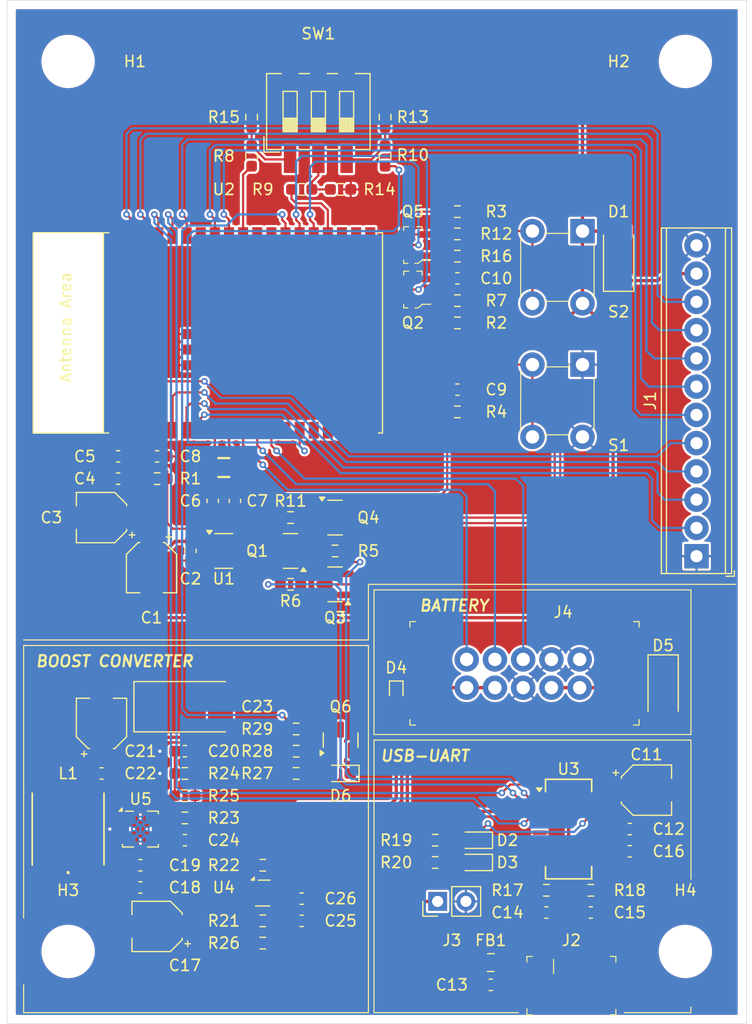
<source format=kicad_pcb>
(kicad_pcb (version 20240108) (generator "pcbnew") (generator_version "8.0")
  (title_block (title "ESP32 embedded application") (date "2025-03-23") (rev "C") (comment 1 "Author: Nicolae-Andrei Prodan") (comment 2 "ESP32 embedded hardware application"))
  (layers (0 "F.Cu" signal) (31 "B.Cu" signal) (34 "B.Paste" user) (35 "F.Paste" user) (36 "B.SilkS" user "B.Silkscreen") (37 "F.SilkS" user "F.Silkscreen") (38 "B.Mask" user) (39 "F.Mask" user) (44 "Edge.Cuts" user))
  (net 0 "")
  (net 1 "GND")
  (net 2 "+3V3")
  (net 3 "Net-(U2-32K_XP{slash}GPIO32{slash}ADC1_CH4)")
  (net 4 "Net-(U2-32K_XN{slash}GPIO33{slash}ADC1_CH5)")
  (net 5 "/EN")
  (net 6 "Net-(C9-Pad1)")
  (net 7 "Net-(C10-Pad1)")
  (net 8 "VBUS")
  (net 9 "Net-(C13-Pad1)")
  (net 10 "/usb-uart/D-")
  (net 11 "/usb-uart/D+")
  (net 12 "Net-(U3-3V3OUT)")
  (net 13 "Net-(U5-VIN)")
  (net 14 "Net-(U5-FB)")
  (net 15 "Net-(U5-EN)")
  (net 16 "/power-supply/VBAT")
  (net 17 "Net-(D1-K)")
  (net 18 "Net-(D2-A)")
  (net 19 "Net-(D2-K)")
  (net 20 "Net-(D3-A)")
  (net 21 "Net-(D3-K)")
  (net 22 "Net-(U5-L1)")
  (net 23 "Net-(U5-L2)")
  (net 24 "Net-(Q1-B)")
  (net 25 "/usb-uart/~{RTS}")
  (net 26 "/GPIO0")
  (net 27 "Net-(Q2-G)")
  (net 28 "/usb-uart/~{DTR}")
  (net 29 "Net-(Q3-B)")
  (net 30 "Net-(Q4-B)")
  (net 31 "/GPIO2")
  (net 32 "Net-(Q5-G)")
  (net 33 "Net-(Q6-B)")
  (net 34 "/MTDI")
  (net 35 "Net-(R15-Pad2)")
  (net 36 "Net-(R14-Pad2)")
  (net 37 "/MTDO")
  (net 38 "Net-(R10-Pad2)")
  (net 39 "/GPIO5")
  (net 40 "Net-(U3-USBDM)")
  (net 41 "Net-(U3-USBDP)")
  (net 42 "Net-(U4-PR1)")
  (net 43 "Net-(U4-ST)")
  (net 44 "/power-supply/PWRLED")
  (net 45 "/GPIO22(IO)")
  (net 46 "/GPIO23(IO)")
  (net 47 "/GPIO39(I)")
  (net 48 "/GPIO34(I)")
  (net 49 "/GPIO21(IO)")
  (net 50 "/U0RXD")
  (net 51 "/GPIO19(IO)")
  (net 52 "/GPIO18(IO)")
  (net 54 "/GPIO35(I)")
  (net 55 "/GPIO36(I)")
  (net 57 "/U0TXD")
  (net 64 "Net-(D6-A)")
  (net 65 "Net-(D6-K)")
  (net 66 "Net-(D5-K)")
  (net 68 "/power-supply/GPIO27(IO)")
  (net 69 "/power-supply/GPIO25(IO)")
  (net 70 "/power-supply/GPIO26(IO)")
  (footprint "digikey-footprints:Switch_Tactile_THT_6x6mm" (layer "F.Cu") (at 168.25 74.25 -90)
    (property "Reference" "S2")
    (property "Value" "1825910-6")
  )
  (footprint "Capacitor_SMD:C_0603_1608Metric_Pad1.08x0.95mm_HandSolder" (layer "F.Cu") (at 160 142 180)
    (property "Reference" "C13")
    (property "Value" "10nF/6.3V/20%/C0603")
  )
  (footprint "Resistor_SMD:R_0603_1608Metric_Pad0.98x0.95mm_HandSolder" (layer "F.Cu") (at 142 106 180)
    (property "Reference" "R6")
    (property "Value" "10K/R0603")
  )
  (footprint "Resistor_SMD:R_0603_1608Metric_Pad0.98x0.95mm_HandSolder" (layer "F.Cu") (at 157 72.5)
    (property "Reference" "R3")
    (property "Value" "10K/R0603(NC)")
  )
  (footprint "Capacitor_SMD:C_0603_1608Metric_Pad1.08x0.95mm_HandSolder" (layer "F.Cu") (at 126.5 94.5 180)
    (property "Reference" "C5")
    (property "Value" "100nF/6.3V/20%/C0603")
  )
  (footprint "footprints:IND_TAIYO_NRS6010_TAY" (layer "F.Cu") (at 122 128 90)
    (property "Reference" "L1")
    (property "Value" "NRS6010T1R5MMGF")
  )
  (footprint "Package_TO_SOT_SMD:SOT-23-5" (layer "F.Cu") (at 136 103)
    (property "Reference" "U1")
    (property "Value" "BD48ExxG")
  )
  (footprint "Capacitor_SMD:C_0603_1608Metric_Pad1.08x0.95mm_HandSolder" (layer "F.Cu") (at 132.5 129)
    (property "Reference" "C24")
    (property "Value" "100nF/6.3V/20%/C0603")
  )
  (footprint "Resistor_SMD:R_0603_1608Metric_Pad0.98x0.95mm_HandSolder" (layer "F.Cu") (at 142.5 121)
    (property "Reference" "R28")
    (property "Value" "10K/R0603")
  )
  (footprint "Resistor_SMD:R_0603_1608Metric_Pad0.98x0.95mm_HandSolder" (layer "F.Cu") (at 146.5 70.5 180)
    (property "Reference" "R14")
    (property "Value" "10K/R0603")
  )
  (footprint "Resistor_SMD:R_0603_1608Metric_Pad0.98x0.95mm_HandSolder" (layer "F.Cu") (at 130 96.5)
    (property "Reference" "R1")
    (property "Value" "10K/R0603")
  )
  (footprint "Package_SO:SSOP-20_3.9x8.7mm_P0.635mm" (layer "F.Cu") (at 167 128)
    (property "Reference" "U3")
    (property "Value" "FT231XS")
  )
  (footprint "digikey-footprints:SOT-23-3" (layer "F.Cu") (at 153 75.5 180)
    (property "Reference" "Q5")
    (property "Value" "BSS138LT1G")
  )
  (footprint "Resistor_SMD:R_0603_1608Metric_Pad0.98x0.95mm_HandSolder" (layer "F.Cu") (at 142 100)
    (property "Reference" "R11")
    (property "Value" "10K/R0603")
  )
  (footprint "Capacitor_SMD:C_0603_1608Metric_Pad1.08x0.95mm_HandSolder" (layer "F.Cu") (at 157 78.5 180)
    (property "Reference" "C10")
    (property "Value" "1nF/6.3V/20%/C0603")
  )
  (footprint "Resistor_SMD:R_0603_1608Metric_Pad0.98x0.95mm_HandSolder" (layer "F.Cu") (at 138.5 64 -90)
    (property "Reference" "R15")
    (property "Value" "10K/R0603")
  )
  (footprint "Resistor_SMD:R_0603_1608Metric_Pad0.98x0.95mm_HandSolder" (layer "F.Cu") (at 165 133.5)
    (property "Reference" "R17")
    (property "Value" "27R/R0603")
  )
  (footprint "Capacitor_SMD:C_0603_1608Metric_Pad1.08x0.95mm_HandSolder" (layer "F.Cu") (at 125 123 180)
    (property "Reference" "C22")
    (property "Value" "10uF/6.3V/20%/C0603")
  )
  (footprint "Capacitor_SMD:C_0603_1608Metric_Pad1.08x0.95mm_HandSolder" (layer "F.Cu") (at 157 88.5 180)
    (property "Reference" "C9")
    (property "Value" "1nF/6.3V/20%/C0603")
  )
  (footprint "digikey-footprints:PinHeader_2x5_P2.54mm_Drill1.2mm" (layer "F.Cu") (at 157.835 112.75)
    (property "Reference" "J4")
    (property "Value" "302-S101")
  )
  (footprint "SparkFun-Clock:Crystal_SMD_3.2x1.5mm" (layer "F.Cu") (at 136 95.5)
    (property "Reference" "Y1")
    (property "Value" "32.768kHz")
  )
  (footprint "Capacitor_SMD:CP_Elec_4x3" (layer "F.Cu") (at 125 100 180)
    (property "Reference" "C3")
    (property "Value" "22uF/16V/20%/4x3mm")
  )
  (footprint "Resistor_SMD:R_0603_1608Metric_Pad0.98x0.95mm_HandSolder" (layer "F.Cu") (at 157 90.5)
    (property "Reference" "R4")
    (property "Value" "470R/R0603")
  )
  (footprint "Capacitor_SMD:CP_Elec_4x3" (layer "F.Cu") (at 129.5 104.5 -90)
    (property "Reference" "C1")
    (property "Value" "10uF/16V/20%/4x3mm")
  )
  (footprint "digikey-footprints:0805" (layer "F.Cu") (at 160 140 180)
    (property "Reference" "FB1")
    (property "Value" "MPZ2012S601AT000")
  )
  (footprint "Capacitor_SMD:C_0603_1608Metric_Pad1.08x0.95mm_HandSolder" (layer "F.Cu") (at 143 134.25)
    (property "Reference" "C26")
    (property "Value" "10uF/6.3V/20%/C0603")
  )
  (footprint "Resistor_SMD:R_0603_1608Metric_Pad0.98x0.95mm_HandSolder" (layer "F.Cu") (at 150.5 64 -90)
    (property "Reference" "R13")
    (property "Value" "10K/R0603")
  )
  (footprint "Resistor_SMD:R_0603_1608Metric_Pad0.98x0.95mm_HandSolder" (layer "F.Cu") (at 150.5 67.5 90)
    (property "Reference" "R10")
    (property "Value" "4.7K/R0603")
  )
  (footprint "MountingHole:MountingHole_4.3mm_M4" (layer "F.Cu") (at 177.5 59)
    (property "Reference" "H2")
    (property "Value" "MountingHole")
  )
  (footprint "Package_TO_SOT_SMD:SOT-23" (layer "F.Cu") (at 142 103 180)
    (property "Reference" "Q1")
    (property "Value" "BC817")
  )
  (footprint "Espressif:ESP32-WROVER-E" (layer "F.Cu") (at 134.56 83.4 90)
    (property "Reference" "U2")
    (property "Value" "ESP32-WROVER-E")
  )
  (footprint "Capacitor_SMD:C_0603_1608Metric_Pad1.08x0.95mm_HandSolder" (layer "F.Cu") (at 128.5 133.25)
    (property "Reference" "C18")
    (property "Value" "10uF/6.3V/20%/C0603")
  )
  (footprint "MountingHole:MountingHole_4.3mm_M4" (layer "F.Cu") (at 122 139)
    (property "Reference" "H3")
    (property "Value" "MountingHole")
  )
  (footprint "Resistor_SMD:R_0603_1608Metric_Pad0.98x0.95mm_HandSolder" (layer "F.Cu") (at 169 133.5 180)
    (property "Reference" "R18")
    (property "Value" "27R/R0603")
  )
  (footprint "Resistor_SMD:R_0603_1608Metric_Pad0.98x0.95mm_HandSolder" (layer "F.Cu") (at 157 76.5)
    (property "Reference" "R16")
    (property "Value" "1K/R0603")
  )
  (footprint "MountingHole:MountingHole_4.3mm_M4" (layer "F.Cu") (at 177.5 139)
    (property "Reference" "H4")
    (property "Value" "MountingHole")
  )
  (footprint "Capacitor_SMD:C_0603_1608Metric_Pad1.08x0.95mm_HandSolder" (layer "F.Cu") (at 132.5 121 180)
    (property "Reference" "C20")
    (property "Value" "2.2pF/6.3V/20%/C0603")
  )
  (footprint "Resistor_SMD:R_0603_1608Metric_Pad0.98x0.95mm_HandSolder" (layer "F.Cu") (at 155 131 180)
    (property "Reference" "R20")
    (property "Value" "270R/R0603")
  )
  (footprint "Capacitor_SMD:C_0603_1608Metric_Pad1.08x0.95mm_HandSolder" (layer "F.Cu") (at 133 103 -90)
    (property "Reference" "C2")
    (property "Value" "100nF/6.3V/20%/C0603")
  )
  (footprint "Package_TO_SOT_SMD:SOT-583-8" (layer "F.Cu") (at 139.5 133.75)
    (property "Reference" "U4")
    (property "Value" "TPS2116DRL")
  )
  (footprint "Capacitor_SMD:CP_Elec_4x3" (layer "F.Cu") (at 125 118.5 90)
    (property "Reference" "C21")
    (property "Value" "22uF/16V/20%/4x3mm")
  )
  (footprint "digikey-footprints:Switch_Tactile_THT_6x6mm" (layer "F.Cu") (at 168.25 86.25 -90)
    (property "Reference" "S1")
    (property "Value" "1825910-6")
  )
  (footprint "Resistor_SMD:R_0603_1608Metric_Pad0.98x0.95mm_HandSolder" (layer "F.Cu") (at 157 82.5 180)
    (property "Reference" "R2")
    (property "Value" "10K/R0603(NC)")
  )
  (footprint "Resistor_SMD:R_0603_1608Metric_Pad0.98x0.95mm_HandSolder" (layer "F.Cu") (at 143 70.5)
    (property "Reference" "R9")
    (property "Value" "4.7K/R0603")
  )
  (footprint "LED_SMD:LED_0603_1608Metric_Pad1.05x0.95mm_HandSolder" (layer "F.Cu") (at 146.5 123 180)
    (property "Reference" "D6")
    (property "Value" "LED(RED)")
  )
  (footprint "Package_TO_SOT_SMD:SOT-23" (layer "F.Cu") (at 146 106 180)
    (property "Reference" "Q3")
    (property "Value" "BC817")
  )
  (footprint "Capacitor_SMD:C_0603_1608Metric_Pad1.08x0.95mm_HandSolder" (layer "F.Cu") (at 135 98.5 -90)
    (property "Reference" "C6")
    (property "Value" "12pF/6.3V/20%/C0603")
  )
  (footprint "Resistor_SMD:R_0603_1608Metric_Pad0.98x0.95mm_HandSolder" (layer "F.Cu") (at 139.5 131.25)
    (property "Reference" "R22")
    (property "Value" "100K/R0603")
  )
  (footprint "Package_TO_SOT_SMD:SOT-23" (layer "F.Cu") (at 146 100)
    (property "Reference" "Q4")
    (property "Value" "BC817")
  )
  (footprint "Resistor_SMD:R_0603_1608Metric_Pad0.98x0.95mm_HandSolder" (layer "F.Cu") (at 138.5 67.5 90)
    (property "Reference" "R8")
    (property "Value" "4.7K/R0603")
  )
  (footprint "Resistor_SMD:R_0603_1608Metric_Pad0.98x0.95mm_HandSolder" (layer "F.Cu") (at 157 74.5 180)
    (property "Reference" "R12")
    (property "Value" "10K/R0603")
  )
  (footprint "TerminalBlock_Phoenix:TerminalBlock_Phoenix_MPT-0,5-12-2.54_1x12_P2.54mm_Horizontal" (layer "F.Cu") (at 178.5 103.47 90)
    (property "Reference" "J1")
    (property "Value" "Screw_Terminal_01x12")
  )
  (footprint "Diode_SMD:D_SOD-128" (layer "F.Cu") (at 171.5 76.5 90)
    (property "Reference" "D1")
    (property "Value" "PMEG3020EP")
  )
  (footprint "Capacitor_SMD:CP_Elec_4x3" (layer "F.Cu") (at 130 136.75 180)
    (property "Reference" "C17")
    (property "Value" "22uF/16V/20%/4x3mm")
  )
  (footprint "Capacitor_SMD:C_0603_1608Metric_Pad1.08x0.95mm_HandSolder" (layer "F.Cu") (at 172.5 128)
    (property "Reference" "C12")
    (property "Value" "100nF/6.3V/20%/C0603")
  )
  (footprint "Resistor_SMD:R_0603_1608Metric_Pad0.98x0.95mm_HandSolder" (layer "F.Cu") (at 155 129 180)
    (property "Reference" "R19")
    (property "Value" "270R/R0603")
  )
  (footprint "Diode_SMD:D_SOD-128" (layer "F.Cu") (at 175.5 115.5 -90)
    (property "Reference" "D5")
    (property "Value" "PMEG3020EP")
  )
  (footprint "Capacitor_SMD:C_0603_1608Metric_Pad1.08x0.95mm_HandSolder" (layer "F.Cu") (at 143 136.25)
    (property "Reference" "C25")
    (property "Value" "10uF/6.3V/20%/C0603")
  )
  (footprint "Capacitor_SMD:CP_Elec_4x3" (layer "F.Cu") (at 174 124.5)
    (property "Reference" "C11")
    (property "Value" "10uF/16V/20%/4x3mm")
  )
  (footprint "Capacitor_SMD:C_0603_1608Metric_Pad1.08x0.95mm_HandSolder" (layer "F.Cu") (at 169 135.5)
    (property "Reference" "C15")
    (property "Value" "47pF/6.3V/20%/C0603")
  )
  (footprint "Resistor_SMD:R_0603_1608Metric_Pad0.98x0.95mm_HandSolder" (layer "F.Cu") (at 139.5 136.25)
    (property "Reference" "R21")
    (property "Value" "100K/R0603")
  )
  (footprint "digikey-footprints:SOT-23-3" (layer "F.Cu") (at 153 79.5 180)
    (property "Reference" "Q2")
    (property "Value" "BSS138LT1G")
  )
  (footprint "Resistor_SMD:R_0603_1608Metric_Pad0.98x0.95mm_HandSolder" (layer "F.Cu") (at 132.5 123)
    (property "Reference" "R24")
    (property "Value" "1M/R0603")
  )
  (footprint "Resistor_SMD:R_0603_1608Metric_Pad0.98x0.95mm_HandSolder" (layer "F.Cu") (at 142.5 119 180)
    (property "Reference" "R29")
    (property "Value" "1K/R0603")
  )
  (footprint "LED_SMD:LED_0603_1608Metric_Pad1.05x0.95mm_HandSolder" (layer "F.Cu") (at 158.5 131 180)
    (property "Reference" "D3")
    (property "Value" "LED(RED)")
  )
  (footprint "Resistor_SMD:R_0603_1608Metric_Pad0.98x0.95mm_HandSolder" (layer "F.Cu") (at 132.5 127)
    (property "Reference" "R23")
    (property "Value" "100R/R0603")
  )
  (footprint "Capacitor_SMD:C_0603_1608Metric_Pad1.08x0.95mm_HandSolder" (layer "F.Cu") (at 172.5 130)
    (property "Reference" "C16")
    (property "Value" "100nF/6.3V/20%/C0603")
  )
  (footprint "MountingHole:MountingHole_4.3mm_M4" (layer "F.Cu") (at 122 59)
    (property "Reference" "H1")
    (property "Value" "MountingHole")
  )
  (footprint "Capacitor_SMD:C_0603_1608Metric_Pad1.08x0.95mm_HandSolder" (layer "F.Cu") (at 165 135.5 180)
    (property "Reference" "C14")
    (property "Value" "47pF/6.3V/20%/C0603")
  )
  (footprint "Resistor_SMD:R_0603_1608Metric_Pad0.98x0.95mm_HandSolder" (layer "F.Cu") (at 132.5 125 180)
    (property "Reference" "R25")
    (property "Value" "180K/R0603")
  )
  (footprint "Package_SON:Texas_DRC0010J_ThermalVias" (layer "F.Cu") (at 128.5 128)
    (property "Reference" "U5")
    (property "Value" "TPS63000")
  )
  (footprint "Resistor_SMD:R_0603_1608Metric_Pad0.98x0.95mm_HandSolder" (layer "F.Cu") (at 146 103)
    (property "Reference" "R5")
    (property "Value" "10K/R0603")
  )
  (footprint "Capacitor_SMD:C_0603_1608Metric_Pad1.08x0.95mm_HandSolder" (layer "F.Cu") (at 130 94.5)
    (property "Reference" "C8")
    (property "Value" "1uF/6.3V/20%/C0603")
  )
  (footprint "Capacitor_SMD:C_0603_1608Metric_Pad1.08x0.95mm_HandSolder" (layer "F.Cu") (at 137 98.5 -90)
    (property "Reference" "C7")
    (property "Value" "12pF/6.3V/20%/C0603")
  )
  (footprint "Package_TO_SOT_SMD:SOT-23" (layer "F.Cu") (at 146.5 120 90)
    (property "Reference" "Q6")
    (property "Value" "BC817")
  )
  (footprint "Diode_SMD:D_SOD-882" (layer "F.Cu") (at 151.5 115.5 -90)
    (property "Reference" "D4")
    (property "Value" "PESD5V0C1BLS-QYL")
  )
  (footprint "Capacitor_Tantalum_SMD:CP_EIA-7343-31_Kemet-D_Pad2.25x2.55mm_HandSolder" (layer "F.Cu") (at 132.5 117)
    (property "Reference" "C23")
    (property "Value" "220uF/16V/10%/D/Tantalum")
  )
  (footprint "LED_SMD:LED_0603_1608Metric_Pad1.05x0.95mm_HandSolder" (layer "F.Cu") (at 158.5 129 180)
    (property "Reference" "D2")
    (property "Value" "LED(GREEN)")
  )
  (footprint "Capacitor_SMD:C_0603_1608Metric_Pad1.08x0.95mm_HandSolder" (layer "F.Cu") (at 128.5 131.25)
    (property "Reference" "C19")
    (property "Value" "100nF/6.3V/20%/C0603")
  )
  (footprint "digikey-footprints:USB_Micro_B_Female_0473460001" (layer "F.Cu") (at 167.25 143 180)
    (property "Reference" "J2")
    (property "Value" "0473460001")
  )
  (footprint "Resistor_SMD:R_0603_1608Metric_Pad0.98x0.95mm_HandSolder" (layer "F.Cu") (at 139.5 138.25)
    (property "Reference" "R26")
    (property "Value" "100K/R0603")
  )
  (footprint "Button_Switch_SMD:SW_DIP_SPSTx03_Slide_6.7x9.18mm_W8.61mm_P2.54mm_LowProfile" (layer "F.Cu") (at 144.5 63.5 90)
    (property "Reference" "SW1")
    (property "Value" "219-3LPST")
  )
  (footprint "Capacitor_SMD:C_0603_1608Metric_Pad1.08x0.95mm_HandSolder" (layer "F.Cu") (at 126.5 96.5 180)
    (property "Reference" "C4")
    (property "Value" "10uF/6.3V/20%/C0603")
  )
  (footprint "Connector_PinHeader_2.54mm:PinHeader_1x02_P2.54mm_Vertical" (layer "F.Cu") (at 155.225 134.5 90)
    (property "Reference" "J3")
    (property "Value" "Conn_01x02_Socket")
  )
  (footprint "Resistor_SMD:R_0603_1608Metric_Pad0.98x0.95mm_HandSolder" (layer "F.Cu") (at 142.5 123)
    (property "Reference" "R27")
    (property "Value" "270R/R0603")
  )
  (footprint "Resistor_SMD:R_0603_1608Metric_Pad0.98x0.95mm_HandSolder" (layer "F.Cu") (at 157 80.5)
    (property "Reference" "R7")
    (property "Value" "1K/R0603")
  )
  (gr_line (start 149 111) (end 149 106) (stroke (width 0.1)) (layer "F.SilkS"))
  (gr_line (start 149.5 106.5) (end 178 106.5) (stroke (width 0.1)) (layer "F.SilkS"))
  (gr_line (start 118 144.5) (end 149 144.5) (stroke (width 0.1)) (layer "F.SilkS"))
  (gr_line (start 149 111) (end 118 111) (stroke (width 0.1)) (layer "F.SilkS"))
  (gr_line (start 178 106.5) (end 178 119.5) (stroke (width 0.1)) (layer "F.SilkS"))
  (gr_line (start 118 144.5) (end 118 142) (stroke (width 0.1)) (layer "F.SilkS"))
  (gr_line (start 149 106) (end 182 106) (stroke (width 0.1)) (layer "F.SilkS"))
  (gr_line (start 149 111.5) (end 149 144.5) (stroke (width 0.1)) (layer "F.SilkS"))
  (gr_line (start 178 119.5) (end 149.5 119.5) (stroke (width 0.1)) (layer "F.SilkS"))
  (gr_line (start 172 144.5) (end 178 144.5) (stroke (width 0.1)) (layer "F.SilkS"))
  (gr_line (start 178 144.5) (end 178 144) (stroke (width 0.1)) (layer "F.SilkS"))
  (gr_line (start 162.5 144.5) (end 149.5 144.5) (stroke (width 0.1)) (layer "F.SilkS"))
  (gr_line (start 118 136) (end 118 111.5) (stroke (width 0.1)) (layer "F.SilkS"))
  (gr_line (start 149.5 144.5) (end 149.5 120) (stroke (width 0.1)) (layer "F.SilkS"))
  (gr_line (start 149.5 120) (end 178 120) (stroke (width 0.1)) (layer "F.SilkS"))
  (gr_line (start 118 111.5) (end 149 111.5) (stroke (width 0.1)) (layer "F.SilkS"))
  (gr_line (start 178 120) (end 178 132.5) (stroke (width 0.1)) (layer "F.SilkS"))
  (gr_line (start 149.5 119.5) (end 149.5 106.5) (stroke (width 0.1)) (layer "F.SilkS"))
  (gr_rect (start 116.5 53.5) (end 183 145.5) (stroke (width 0.05)) (fill none) (layer "Edge.Cuts"))
  (gr_text "USB-UART\n" (at 150 122 0) (layer "F.SilkS") (effects (font (size 1 1) (thickness 0.2) (bold yes) (italic yes)) (justify left bottom)))
  (gr_text "BATTERY" (at 153.5 108.5 0) (layer "F.SilkS") (effects (font (size 1 1) (thickness 0.2) (bold yes) (italic yes)) (justify left bottom)))
  (gr_text "BOOST CONVERTER" (at 119 113.5 0) (layer "F.SilkS") (effects (font (size 1 1) (thickness 0.2) (bold yes) (italic yes)) (justify left bottom)))
  (segment (start 132.7 84.9) (end 134.1 84.9) (width 0.3) (layer "F.Cu") (net 1))
  (segment (start 134.1 84.9) (end 135.5 84.9) (width 0.3) (layer "F.Cu") (net 1))
  (segment (start 134.1 84.9) (end 134.1 83.5) (width 0.3) (layer "F.Cu") (net 1))
  (segment (start 134.1 84.9) (end 134.1 86.3) (width 0.3) (layer "F.Cu") (net 1))
  (via (at 130.25 121) (size 0.6) (drill 0.3) (layers "F.Cu" "B.Cu") (net 1))
  (via (at 125.75 128) (size 0.6) (drill 0.3) (layers "F.Cu" "B.Cu") (net 1))
  (via (at 130.25 123) (size 0.6) (drill 0.3) (layers "F.Cu" "B.Cu") (net 1))
  (segment (start 126.8 97.0625) (end 127.3625 96.5) (width 0.3) (layer "F.Cu") (net 2))
  (segment (start 125 120.3) (end 125.55 119.75) (width 0.3) (layer "F.Cu") (net 2))
  (segment (start 127.1 124.2375) (end 127.1 127) (width 0.3) (layer "F.Cu") (net 2))
  (segment (start 133.4125 123) (end 133.4125 121.05) (width 0.3) (layer "F.Cu") (net 2))
  (segment (start 129.3 113.45) (end 129.3 109.7) (width 0.3) (layer "F.Cu") (net 2))
  (segment (start 157.9125 82.5) (end 166.5 82.5) (width 0.3) (layer "F.Cu") (net 2))
  (segment (start 171.45 74.25) (end 171.5 74.3) (width 0.3) (layer "F.Cu") (net 2))
  (segment (start 128.25 119.75) (end 129.3 118.7) (width 0.3) (layer "F.Cu") (net 2))
  (segment (start 125 122.1375) (end 125.8625 123) (width 0.3) (layer "F.Cu") (net 2))
  (segment (start 127.3625 96.5) (end 127.3625 94.5) (width 0.3) (layer "F.Cu") (net 2))
  (segment (start 141.96 59.195) (end 144.5 59.195) (width 0.3) (layer "F.Cu") (net 2))
  (segment (start 144.5 59.195) (end 147.04 59.195) (width 0.3) (layer "F.Cu") (net 2))
  (segment (start 168.25 64) (end 168.25 59.75) (width 0.3) (layer "F.Cu") (net 2))
  (segment (start 130 109) (end 170.25 109) (width 0.3) (layer "F.Cu") (net 2))
  (segment (start 127.3625 94.5) (end 127.3625 92.3625) (width 0.3) (layer "F.Cu") (net 2))
  (segment (start 171 83.5) (end 168.25 80.75) (width 0.3) (layer "F.Cu") (net 2))
  (segment (start 168.25 74.25) (end 168.25 80.75) (width 0.3) (layer "F.Cu") (net 2))
  (segment (start 170.25 109) (end 171 108.25) (width 0.3) (layer "F.Cu") (net 2))
  (segment (start 171 108.25) (end 171 83.5) (width 0.3) (layer "F.Cu") (net 2))
  (segment (start 131.05 102.7) (end 129.5 102.7) (width 0.3) (layer "F.Cu") (net 2))
  (segment (start 125 120.3) (end 125 122.1375) (width 0.3) (layer "F.Cu") (net 2))
  (segment (start 133.8625 103) (end 133 102.1375) (width 0.3) (layer "F.Cu") (net 2))
  (segment (start 127.6 102.7) (end 126.8 103.5) (width 0.3) (layer "F.Cu") (net 2))
  (segment (start 126.8 100) (end 126.8 97.0625) (width 0.3) (layer "F.Cu") (net 2))
  (segment (start 127.1 124.2375) (end 127.1 121.65) (width 0.3) (layer "F.Cu") (net 2))
  (segment (start 129.3 118.7) (end 129.3 117) (width 0.3) (layer "F.Cu") (net 2))
  (segment (start 133.4125 121.05) (end 133.3625 121) (width 0.3) (layer "F.Cu") (net 2))
  (segment (start 168.25 74.25) (end 171.45 74.25) (width 0.3) (layer "F.Cu") (net 2))
  (segment (start 167.695 59.195) (end 147.04 59.195) (width 0.3) (layer "F.Cu") (net 2))
  (segment (start 131.6125 102.1375) (end 131.05 102.7) (width 0.3) (layer "F.Cu") (net 2))
  (segment (start 129.0875 96.5) (end 127.3625 96.5) (width 0.3) (layer "F.Cu") (net 2))
  (segment (start 133 102.1375) (end 131.6125 102.1375) (width 0.3) (layer "F.Cu") (net 2))
  (segment (start 126.8 110.95) (end 129.3 113.45) (width 0.3) (layer "F.Cu") (net 2))
  (segment (start 134.8625 103) (end 133.8625 103) (width 0.3) (layer "F.Cu") (net 2))
  (segment (start 166.5 82.5) (end 168.25 80.75) (width 0.3) (layer "F.Cu") (net 2))
  (segment (start 129.3 109.7) (end 130 109) (width 0.3) (layer "F.Cu") (net 2))
  (segment (start 129.5 102.7) (end 127.6 102.7) (width 0.3) (layer "F.Cu") (net 2))
  (segment (start 127.1 121.65) (end 129 119.75) (width 0.3) (layer "F.Cu") (net 2))
  (segment (start 126.8 110.95) (end 126.8 103.5) (width 0.3) (layer "F.Cu") (net 2))
  (segment (start 141.5875 121) (end 133.3625 121) (width 0.3) (layer "F.Cu") (net 2))
  (segment (start 125.8625 123) (end 127.1 124.2375) (width 0.3) (layer "F.Cu") (net 2))
  (segment (start 132.1125 119.75) (end 133.3625 121) (width 0.3) (layer "F.Cu") (net 2))
  (segment (start 125.55 119.75) (end 128.25 119.75) (width 0.3) (layer "F.Cu") (net 2))
  (segment (start 168.25 59.75) (end 167.695 59.195) (width 0.3) (layer "F.Cu") (net 2))
  (segment (start 129.3 113.45) (end 129.3 117) (width 0.3) (layer "F.Cu") (net 2))
  (segment (start 129 119.75) (end 132.1125 119.75) (width 0.3) (layer "F.Cu") (net 2))
  (segment (start 168.25 74.25) (end 168.25 64) (width 0.3) (layer "F.Cu") (net 2))
  (segment (start 141.5875 121) (end 141.5875 123) (width 0.3) (layer "F.Cu") (net 2))
  (segment (start 126.8 103.5) (end 126.8 100) (width 0.3) (layer "F.Cu") (net 2))
  (segment (start 127.3625 92.3625) (end 127.575 92.15) (width 0.3) (layer "F.Cu") (net 2))
  (segment (start 134.75 93.945) (end 134.75 95.5) (width 0.2) (layer "F.Cu") (net 3))
  (segment (start 135.195 92.15) (end 135.195 93.5) (width 0.2) (layer "F.Cu") (net 3))
  (segment (start 135 95.75) (end 134.75 95.5) (width 0.2) (layer "F.Cu") (net 3))
  (segment (start 135 97.6375) (end 135 95.75) (width 0.2) (layer "F.Cu") (net 3))
  (segment (start 135.195 93.5) (end 134.75 93.945) (width 0.2) (layer "F.Cu") (net 3))
  (segment (start 137.25 94.25) (end 137.25 95.5) (width 0.2) (layer "F.Cu") (net 4))
  (segment (start 136.465 92.15) (end 136.465 93.465) (width 0.2) (layer "F.Cu") (net 4))
  (segment (start 137 95.75) (end 137.25 95.5) (width 0.2) (layer "F.Cu") (net 4))
  (segment (start 137 97.6375) (end 137 95.75) (width 0.2) (layer "F.Cu") (net 4))
  (segment (start 136.465 93.465) (end 137.25 94.25) (width 0.2) (layer "F.Cu") (net 4))
  (segment (start 130.5875 95.5) (end 129.3875 95.5) (width 0.2) (layer "F.Cu") (net 5))
  (segment (start 134.8625 101.3625) (end 134.8625 102.05) (width 0.2) (layer "F.Cu") (net 5))
  (segment (start 140.75 101) (end 141.0625 101.3125) (width 0.2) (layer "F.Cu") (net 5))
  (segment (start 138 101) (end 140.75 101) (width 0.2) (layer "F.Cu") (net 5))
  (segment (start 130.9125 96.5) (end 130.9125 95.825) (width 0.2) (layer "F.Cu") (net 5))
  (segment (start 129.1375 95.25) (end 129.1375 94.5) (width 0.2) (layer "F.Cu") (net 5))
  (segment (start 138.5 100.5) (end 138 101) (width 0.2) (layer "F.Cu") (net 5))
  (segment (start 141.0625 101.3125) (end 141.0625 103) (width 0.2) (layer "F.Cu") (net 5))
  (segment (start 130.9125 95.825) (end 130.5875 95.5) (width 0.2) (layer "F.Cu") (net 5))
  (segment (start 138.5 98.5) (end 138.5 100.5) (width 0.2) (layer "F.Cu") (net 5))
  (segment (start 129.3875 95.5) (end 129.1375 95.25) (width 0.2) (layer "F.Cu") (net 5))
  (segment (start 156.0875 97.4125) (end 155.5 98) (width 0.2) (layer "F.Cu") (net 5))
  (segment (start 129.1375 92.4425) (end 128.845 92.15) (width 0.2) (layer "F.Cu") (net 5))
  (segment (start 129.1375 94.5) (end 129.1375 92.4425) (width 0.2) (layer "F.Cu") (net 5))
  (segment (start 139 98) (end 138.5 98.5) (width 0.2) (layer "F.Cu") (net 5))
  (segment (start 130.9125 96.5) (end 130.9125 100.5) (width 0.2) (layer "F.Cu") (net 5))
  (segment (start 156.0875 90.5) (end 156.0875 97.4125) (width 0.2) (layer "F.Cu") (net 5))
  (segment (start 134.5 101) (end 134.8625 101.3625) (width 0.2) (layer "F.Cu") (net 5))
  (segment (start 130.9125 100.5) (end 131.4125 101) (width 0.2) (layer "F.Cu") (net 5))
  (segment (start 155.5 98) (end 139 98) (width 0.2) (layer "F.Cu") (net 5))
  (segment (start 131.4125 101) (end 138 101) (width 0.2) (layer "F.Cu") (net 5))
  (segment (start 163.75 86.25) (end 163.75 92.75) (width 0.2) (layer "F.Cu") (net 6))
  (segment (start 158.25 86.25) (end 163.75 86.25) (width 0.2) (layer "F.Cu") (net 6))
  (segment (start 157.8625 90.45) (end 157.9125 90.5) (width 0.2) (layer "F.Cu") (net 6))
  (segment (start 157.8625 88.5) (end 157.8625 86.6375) (width 0.2) (layer "F.Cu") (net 6))
  (segment (start 157.8625 88.5) (end 157.8625 90.45) (width 0.2) (layer "F.Cu") (net 6))
  (segment (start 157.8625 86.6375) (end 158.25 86.25) (width 0.2) (layer "F.Cu") (net 6))
  (segment (start 157.9125 74.5) (end 157.9125 76.5) (width 0.2) (layer "F.Cu") (net 7))
  (segment (start 163.75 74.25) (end 163.75 80.75) (width 0.2) (layer "F.Cu") (net 7))
  (segment (start 157.9125 74.5) (end 158 74.5) (width 0.2) (layer "F.Cu") (net 7))
  (segment (start 157.9125 80.5) (end 157.9125 78.55) (width 0.2) (layer "F.Cu") (net 7))
  (segment (start 158.25 74.25) (end 163.75 74.25) (width 0.2) (layer "F.Cu") (net 7))
  (segment (start 157.9125 76.5) (end 157.9125 78.45) (width 0.2) (layer "F.Cu") (net 7))
  (segment (start 157.9125 78.45) (end 157.8625 78.5) (width 0.2) (layer "F.Cu") (net 7))
  (segment (start 157.9125 78.55) (end 157.8625 78.5) (width 0.2) (layer "F.Cu") (net 7))
  (segment (start 158 74.5) (end 158.25 74.25) (width 0.2) (layer "F.Cu") (net 7))
  (segment (start 140.24 134.5) (end 139.75 134.5) (width 0.3) (layer "F.Cu") (net 8))
  (segment (start 152.5 122) (end 153 121.5) (width 0.3) (layer "F.Cu") (net 8))
  (segment (start 171.6375 128) (end 171.6375 125.0625) (width 0.3) (layer "F.Cu") (net 8))
  (segment (start 171.32 128.3175) (end 171.6375 128) (width 0.3) (layer "F.Cu") (net 8))
  (segment (start 172.2 124.5) (end 172.2 122.2) (width 0.3) (layer "F.Cu") (net 8))
  (segment (start 140.24 134.5) (end 140.24 136.0775) (width 0.3) (layer "F.Cu") (net 8))
  (segment (start 172.2 122.2) (end 171.5 121.5) (width 0.3) (layer "F.Cu") (net 8))
  (segment (start 139.75 134.5) (end 139.25 134) (width 0.3) (layer "F.Cu") (net 8))
  (segment (start 171.5 121.5) (end 175 121.5) (width 0.3) (layer "F.Cu") (net 8))
  (segment (start 158.95 140) (end 142.8875 140) (width 0.3) (layer "F.Cu") (net 8))
  (segment (start 140.24 136.0775) (end 140.4125 136.25) (width 0.3) (layer "F.Cu") (net 8))
  (segment (start 169.6 128.3175) (end 171.32 128.3175) (width 0.3) (layer "F.Cu") (net 8))
  (segment (start 142.1375 139.25) (end 142.1375 136.25) (width 0.3) (layer "F.Cu") (net 8))
  (segment (start 142.8875 140) (end 142.1375 139.25) (width 0.3) (layer "F.Cu") (net 8))
  (segment (start 139.25 134) (end 138.76 134) (width 0.3) (layer "F.Cu") (net 8))
  (segment (start 171.6375 125.0625) (end 172.2 124.5) (width 0.3) (layer "F.Cu") (net 8))
  (segment (start 175.5 121) (end 175.5 117.7) (width 0.3) (layer "F.Cu") (net 8))
  (segment (start 155.225 134.5) (end 153.25 134.5) (width 0.3) (layer "F.Cu") (net 8))
  (segment (start 140.4125 136.25) (end 142.1375 136.25) (width 0.3) (layer "F.Cu") (net 8))
  (segment (start 153 121.5) (end 171.5 121.5) (width 0.3) (layer "F.Cu") (net 8))
  (segment (start 152.5 139.25) (end 152.5 135.25) (width 0.3) (layer "F.Cu") (net 8))
  (segment (start 175 121.5) (end 175.5 121) (width 0.3) (layer "F.Cu") (net 8))
  (segment (start 152.5 135.25) (end 152.5 122) (width 0.3) (layer "F.Cu") (net 8))
  (segment (start 153.25 140) (end 152.5 139.25) (width 0.3) (layer "F.Cu") (net 8))
  (segment (start 153.25 134.5) (end 152.5 135.25) (width 0.3) (layer "F.Cu") (net 8))
  (segment (start 161.05 140) (end 161.05 141.8125) (width 0.3) (layer "F.Cu") (net 9))
  (segment (start 162.3 138.75) (end 161.05 140) (width 0.3) (layer "F.Cu") (net 9))
  (segment (start 165.95 139.2) (end 165.5 138.75) (width 0.3) (layer "F.Cu") (net 9))
  (segment (start 165.95 140.34) (end 165.95 139.2) (width 0.3) (layer "F.Cu") (net 9))
  (segment (start 161.05 141.8125) (end 160.8625 142) (width 0.3) (layer "F.Cu") (net 9))
  (segment (start 165.5 138.75) (end 162.3 138.75) (width 0.3) (layer "F.Cu") (net 9))
  (segment (start 165.8625 135.5) (end 165.8625 133.55) (width 0.2) (layer "F.Cu") (net 10))
  (segment (start 166.6 139.304999) (end 166.7 139.204999) (width 0.2) (layer "F.Cu") (net 10))
  (segment (start 165.8625 133.55) (end 165.9125 133.5) (width 0.2) (layer "F.Cu") (net 10))
  (segment (start 166.7 136.3375) (end 165.8625 135.5) (width 0.2) (layer "F.Cu") (net 10))
  (segment (start 166.7 139.204999) (end 166.7 136.3375) (width 0.2) (layer "F.Cu") (net 10))
  (segment (start 166.6 140.34) (end 166.6 139.304999) (width 0.2) (layer "F.Cu") (net 10))
  (segment (start 167.25 139.304999) (end 167.15 139.204999) (width 0.2) (layer "F.Cu") (net 11))
  (segment (start 167.15 136.4875) (end 168.1375 135.5) (width 0.2) (layer "F.Cu") (net 11))
  (segment (start 167.15 139.204999) (end 167.15 136.4875) (width 0.2) (layer "F.Cu") (net 11))
  (segment (start 167.25 140.34) (end 167.25 139.304999) (width 0.2) (layer "F.Cu") (net 11))
  (segment (start 168.1375 133.55) (end 168.0875 133.5) (width 0.2) (layer "F.Cu") (net 11))
  (segment (start 168.1375 135.5) (end 168.1375 133.55) (width 0.2) (layer "F.Cu") (net 11))
  (segment (start 170.75 130) (end 170.3375 129.5875) (width 0.3) (layer "F.Cu") (net 12))
  (segment (start 167.3375 129.5875) (end 169.6 129.5875) (width 0.3) (layer "F.Cu") (net 12))
  (segment (start 167 129.25) (end 167.3375 129.5875) (width 0.3) (layer "F.Cu") (net 12))
  (segment (start 166.6625 126.4125) (end 167 126.75) (width 0.3) (layer "F.Cu") (net 12))
  (segment (start 154.5875 126.4125) (end 164.4 126.4125) (width 0.3) (layer "F.Cu") (net 12))
  (segment (start 154.0875 129) (end 154.0875 126.9125) (width 0.3) (layer "F.Cu") (net 12))
  (segment (start 154.0875 126.9125) (end 154.5875 126.4125) (width 0.3) (layer "F.Cu") (net 12))
  (segment (start 164.4 126.4125) (end 166.6625 126.4125) (width 0.3) (layer "F.Cu") (net 12))
  (segment (start 167 126.75) (end 167 129.25) (width 0.3) (layer "F.Cu") (net 12))
  (segment (start 170.3375 129.5875) (end 169.6 129.5875) (width 0.3) (layer "F.Cu") (net 12))
  (segment (start 154.0875 131) (end 154.0875 129) (width 0.3) (layer "F.Cu") (net 12))
  (segment (start 169.6 128.9525) (end 169.6 129.5875) (width 0.3) (layer "F.Cu") (net 12))
  (segment (start 171.6375 130) (end 170.75 130) (width 0.3) (layer "F.Cu") (net 12))
  (segment (start 134.25 130.25) (end 134.75 129.75) (width 0.3) (layer "F.Cu") (net 13))
  (segment (start 134.75 128.3375) (end 133.4125 127) (width 0.3) (layer "F.Cu") (net 13))
  (segment (start 138 133.5) (end 137.5 134) (width 0.3) (layer "F.Cu") (net 13))
  (segment (start 137.5 131.5) (end 137.5 134) (width 0.3) (layer "F.Cu") (net 13))
  (segment (start 127.6375 131.25) (end 128.6375 130.25) (width 0.3) (layer "F.Cu") (net 13))
  (segment (start 134.75 129.75) (end 134.75 128.3375) (width 0.3) (layer "F.Cu") (net 13))
  (segment (start 127.6375 133.25) (end 127.6375 134.1375) (width 0.3) (layer "F.Cu") (net 13))
  (segment (start 131.25 134.75) (end 128.25 134.75) (width 0.3) (layer "F.Cu") (net 13))
  (segment (start 137.75 131.25) (end 137.5 131.5) (width 0.3) (layer "F.Cu") (net 13))
  (segment (start 140.24 133.5) (end 138.76 133.5) (width 0.3) (layer "F.Cu") (net 13))
  (segment (start 137 136.75) (end 131.8 136.75) (width 0.3) (layer "F.Cu") (net 13))
  (segment (start 127.1 130.7125) (end 127.1 129) (width 0.3) (layer "F.Cu") (net 13))
  (segment (start 128.6375 130.25) (end 134.25 130.25) (width 0.3) (layer "F.Cu") (net 13))
  (segment (start 131.8 135.3) (end 131.25 134.75) (width 0.3) (layer "F.Cu") (net 13))
  (segment (start 128.25 134.75) (end 127.6375 134.1375) (width 0.3) (layer "F.Cu") (net 13))
  (segment (start 127.6375 131.25) (end 127.6375 133.25) (width 0.3) (layer "F.Cu") (net 13))
  (segment (start 138.76 133.5) (end 138 133.5) (width 0.3) (layer "F.Cu") (net 13))
  (segment (start 127.6375 131.25) (end 127.1 130.7125) (width 0.3) (layer "F.Cu") (net 13))
  (segment (start 131.8 136.75) (end 131.8 135.3) (width 0.3) (layer "F.Cu") (net 13))
  (segment (start 138.5875 131.25) (end 137.75 131.25) (width 0.3) (layer "F.Cu") (net 13))
  (segment (start 137.5 136.25) (end 137 136.75) (width 0.3) (layer "F.Cu") (net 13))
  (segment (start 137.5 134) (end 137.5 136.25) (width 0.3) (layer "F.Cu") (net 13))
  (segment (start 129.9 125.35) (end 130.25 125) (width 0.2) (layer "F.Cu") (net 14))
  (segment (start 130.25 125) (end 131.5875 125) (width 0.2) (layer "F.Cu") (net 14))
  (segment (start 129.9 127) (end 129.9 125.35) (width 0.2) (layer "F.Cu") (net 14))
  (segment (start 131.5875 123) (end 131.5875 121.05) (width 0.2) (layer "F.Cu") (net 14))
  (segment (start 131.5875 125) (end 131.5875 123) (width 0.2) (layer "F.Cu") (net 14))
  (segment (start 131.5875 121.05) (end 131.6375 121) (width 0.2) (layer "F.Cu") (net 14))
  (segment (start 131.6375 129) (end 131.6375 127.05) (width 0.2) (layer "F.Cu") (net 15))
  (segment (start 129.9 128.5) (end 129.9 129) (width 0.2) (layer "F.Cu") (net 15))
  (segment (start 129.9 129) (end 131.6375 129) (width 0.2) (layer "F.Cu") (net 15))
  (segment (start 131.6375 127.05) (end 131.5875 127) (width 0.2) (layer "F.Cu") (net 15))
  (segment (start 129.9 128) (end 129.9 128.5) (width 0.2) (layer "F.Cu") (net 15))
  (segment (start 140.24 134) (end 141.8875 134) (width 0.3) (layer "F.Cu") (net 16))
  (segment (start 151.5 125.25) (end 151 125.75) (width 0.3) (layer "F.Cu") (net 16))
  (segment (start 153.4 115.85) (end 153.96 115.29) (width 0.3) (layer "F.Cu") (net 16))
  (segment (start 151 125.75) (end 142.75 125.75) (width 0.3) (layer "F.Cu") (net 16))
  (segment (start 141.8875 134) (end 142.1375 134.25) (width 0.3) (layer "F.Cu") (net 16))
  (segment (start 157.835 115.29) (end 160.375 115.29) (width 0.3) (layer "F.Cu") (net 16))
  (segment (start 151.5 115.85) (end 153.4 115.85) (width 0.3) (layer "F.Cu") (net 16))
  (segment (start 142.1375 126.3625) (end 142.1375 134.25) (width 0.3) (layer "F.Cu") (net 16))
  (segment (start 142.75 125.75) (end 142.1375 126.3625) (width 0.3) (layer "F.Cu") (net 16))
  (segment (start 153.96 115.29) (end 157.835 115.29) (width 0.3) (layer "F.Cu") (net 16))
  (segment (start 151.5 115.85) (end 151.5 125.25) (width 0.3) (layer "F.Cu") (net 16))
  (segment (start 175.05 78.7) (end 175.68 78.07) (width 0.3) (layer "F.Cu") (net 17))
  (segment (start 171.5 78.7) (end 175.05 78.7) (width 0.3) (layer "F.Cu") (net 17))
  (segment (start 175.68 78.07) (end 178.5 78.07) (width 0.3) (layer "F.Cu") (net 17))
  (segment (start 155.9125 129) (end 157.625 129) (width 0.2) (layer "F.Cu") (net 18))
  (segment (start 159.375 129) (end 159.375 127.875) (width 0.2) (layer "F.Cu") (net 19))
  (segment (start 159.375 127.875) (end 159.75 127.5) (width 0.2) (layer "F.Cu") (net 19))
  (segment (start 169.6 127.0475) (end 168.7025 127.0475) (width 0.2) (layer "F.Cu") (net 19))
  (segment (start 168.7025 127.0475) (end 168.25 127.5) (width 0.2) (layer "F.Cu") (net 19))
  (via (at 159.75 127.5) (size 0.6) (drill 0.3) (layers "F.Cu" "B.Cu") (net 19))
  (via (at 168.25 127.5) (size 0.6) (drill 0.3) (layers "F.Cu" "B.Cu") (net 19))
  (segment (start 160.5 128.25) (end 167.5 128.25) (width 0.2) (layer "B.Cu") (net 19))
  (segment (start 159.75 127.5) (end 160.5 128.25) (width 0.2) (layer "B.Cu") (net 19))
  (segment (start 167.5 128.25) (end 168.25 127.5) (width 0.2) (layer "B.Cu") (net 19))
  (segment (start 155.9125 131) (end 157.625 131) (width 0.2) (layer "F.Cu") (net 20))
  (segment (start 164.4 130.8575) (end 159.5175 130.8575) (width 0.2) (layer "F.Cu") (net 21))
  (segment (start 159.5175 130.8575) (end 159.375 131) (width 0.2) (layer "F.Cu") (net 21))
  (segment (start 126 129) (end 126 130) (width 0.2) (layer "F.Cu") (net 22))
  (segment (start 126.5 128.5) (end 126 129) (width 0.2) (layer "F.Cu") (net 22))
  (segment (start 127.1 128.5) (end 126.5 128.5) (width 0.2) (layer "F.Cu") (net 22))
  (segment (start 122 130.3495) (end 125.6505 130.3495) (width 0.2) (layer "F.Cu") (net 22))
  (segment (start 126 130) (end 125.6505 130.3495) (width 0.2) (layer "F.Cu") (net 22))
  (segment (start 126 127) (end 126 126) (width 0.2) (layer "F.Cu") (net 23))
  (segment (start 126.5 127.5) (end 126 127) (width 0.2) (layer "F.Cu") (net 23))
  (segment (start 126 126) (end 125.6505 125.6505) (width 0.2) (layer "F.Cu") (net 23))
  (segment (start 122 125.6505) (end 125.6505 125.6505) (width 0.2) (layer "F.Cu") (net 23))
  (segment (start 127.1 127.5) (end 126.5 127.5) (width 0.2) (layer "F.Cu") (net 23))
  (segment (start 144.1375 103.95) (end 145.0875 103) (width 0.2) (layer "F.Cu") (net 24))
  (segment (start 142.9375 103.95) (end 144.1375 103.95) (width 0.2) (layer "F.Cu") (net 24))
  (segment (start 164.4 125.7775) (end 163.0275 125.7775) (width 0.2) (layer "F.Cu") (net 25))
  (segment (start 142.9375 102.05) (end 142.9375 100.025) (width 0.2) (layer "F.Cu") (net 25))
  (segment (start 141.0875 106) (end 141.0875 104.353052) (width 0.2) (layer "F.Cu") (net 25))
  (segment (start 163.0275 125.7775) (end 162 124.75) (width 0.2) (layer "F.Cu") (net 25))
  (segment (start 141.0875 104.353052) (end 142.9375 102.503052) (width 0.2) (layer "F.Cu") (net 25))
  (segment (start 142.9375 100.025) (end 142.9125 100) (width 0.2) (layer "F.Cu") (net 25))
  (segment (start 142.9375 102.503052) (end 142.9375 102.05) (width 0.2) (layer "F.Cu") (net 25))
  (segment (start 141.0875 106) (end 140 106) (width 0.2) (layer "F.Cu") (net 25))
  (via (at 140 106) (size 0.6) (drill 0.3) (layers "F.Cu" "B.Cu") (net 25))
  (via (at 162 124.75) (size 0.6) (drill 0.3) (layers "F.Cu" "B.Cu") (net 25))
  (segment (start 146.5 106.5) (end 146 106) (width 0.2) (layer "B.Cu") (net 25))
  (segment (start 162 124.75) (end 161.25 124) (width 0.2) (layer "B.Cu") (net 25))
  (segment (start 146.5 106.5) (end 146.5 123.5) (width 0.2) (layer "B.Cu") (net 25))
  (segment (start 146.5 123.5) (end 147 124) (width 0.2) (layer "B.Cu") (net 25))
  (segment (start 146 106) (end 140 106) (width 0.2) (layer "B.Cu") (net 25))
  (segment (start 147 124) (end 161.25 124) (width 0.2) (layer "B.Cu") (net 25))
  (segment (start 166.25 100) (end 166.25 84.5) (width 0.2) (layer "F.Cu") (net 26))
  (segment (start 165.75 84) (end 157.5875 84) (width 0.2) (layer "F.Cu") (net 26))
  (segment (start 148.375 106) (end 149 105.375) (width 0.2) (layer "F.Cu") (net 26))
  (segment (start 152.25 82.5) (end 151.95 82.2) (width 0.2) (layer "F.Cu") (net 26))
  (segment (start 142.815 74.65) (end 142.815 73.565) (width 0.2) (layer "F.Cu") (net 26))
  (segment (start 156.0875 82.5) (end 152.25 82.5) (width 0.2) (layer "F.Cu") (net 26))
  (segment (start 142.5 73.25) (end 142.5 72.75) (width 0.2) (layer "F.Cu") (net 26))
  (segment (start 166.25 84.5) (end 165.75 84) (width 0.2) (layer "F.Cu") (net 26))
  (segment (start 151.95 79.5) (end 153 79.5) (width 0.2) (layer "F.Cu") (net 26))
  (segment (start 149 101) (end 149.5 100.5) (width 0.2) (layer "F.Cu") (net 26))
  (segment (start 149 105.375) (end 149 101) (width 0.2) (layer "F.Cu") (net 26))
  (segment (start 151.95 82.2) (end 151.95 79.5) (width 0.2) (layer "F.Cu") (net 26))
  (segment (start 165.75 100.5) (end 166.25 100) (width 0.2) (layer "F.Cu") (net 26))
  (segment (start 145.0625 106) (end 148.375 106) (width 0.2) (layer "F.Cu") (net 26))
  (segment (start 149.5 100.5) (end 165.75 100.5) (width 0.2) (layer "F.Cu") (net 26))
  (segment (start 157.5875 84) (end 156.0875 82.5) (width 0.2) (layer "F.Cu") (net 26))
  (segment (start 153 79.5) (end 153.5 79.5) (width 0.2) (layer "F.Cu") (net 26))
  (segment (start 142.815 73.565) (end 142.5 73.25) (width 0.2) (layer "F.Cu") (net 26))
  (via (at 142.5 72.75) (size 0.6) (drill 0.3) (layers "F.Cu" "B.Cu") (net 26))
  (via (at 153.5 79.5) (size 0.6) (drill 0.3) (layers "F.Cu" "B.Cu") (net 26))
  (segment (start 143 67.5) (end 153.75 67.5) (width 0.2) (layer "B.Cu") (net 26))
  (segment (start 154.25 78.75) (end 153.5 79.5) (width 0.2) (layer "B.Cu") (net 26))
  (segment (start 153.75 67.5) (end 154.25 68) (width 0.2) (layer "B.Cu") (net 26))
  (segment (start 154.25 68) (end 154.25 78.75) (width 0.2) (layer "B.Cu") (net 26))
  (segment (start 142.5 68) (end 143 67.5) (width 0.2) (layer "B.Cu") (net 26))
  (segment (start 142.5 72.75) (end 142.5 68) (width 0.2) (layer "B.Cu") (net 26))
  (segment (start 154.05 80.45) (end 156.0375 80.45) (width 0.2) (layer "F.Cu") (net 27))
  (segment (start 156.0375 80.45) (end 156.0875 80.5) (width 0.2) (layer "F.Cu") (net 27))
  (segment (start 146.9125 103) (end 146.9125 101.1625) (width 0.2) (layer "F.Cu") (net 28))
  (segment (start 146.9125 101.1625) (end 146.7 100.95) (width 0.2) (layer "F.Cu") (net 28))
  (segment (start 146.9125 103) (end 146.9125 104.5) (width 0.2) (layer "F.Cu") (net 28))
  (segment (start 164.4 125.1425) (end 163.3925 125.1425) (width 0.2) (layer "F.Cu") (net 28))
  (segment (start 146.9125 104.3375) (end 147.25 104) (width 0.2) (layer "F.Cu") (net 28))
  (segment (start 163.3925 125.1425) (end 163 124.75) (width 0.2) (layer "F.Cu") (net 28))
  (segment (start 146.9125 104.5) (end 146.9125 105.025) (width 0.2) (layer "F.Cu") (net 28))
  (segment (start 146.9125 105.025) (end 146.9375 105.05) (width 0.2) (layer "F.Cu") (net 28))
  (segment (start 146.9125 104.5) (end 146.9125 104.3375) (width 0.2) (layer "F.Cu") (net 28))
  (segment (start 147.25 104) (end 148.25 104) (width 0.2) (layer "F.Cu") (net 28))
  (segment (start 146.7 100.95) (end 145.0625 100.95) (width 0.2) (layer "F.Cu") (net 28))
  (via (at 163 124.75) (size 0.6) (drill 0.3) (layers "F.Cu" "B.Cu") (net 28))
  (via (at 148.25 104) (size 0.6) (drill 0.3) (layers "F.Cu" "B.Cu") (net 28))
  (segment (start 161.75 123.5) (end 147.5 123.5) (width 0.2) (layer "B.Cu") (net 28))
  (segment (start 163 124.75) (end 161.75 123.5) (width 0.2) (layer "B.Cu") (net 28))
  (segment (start 147 105.25) (end 148.25 104) (width 0.2) (layer "B.Cu") (net 28))
  (segment (start 147 123) (end 147 105.25) (width 0.2) (layer "B.Cu") (net 28))
  (segment (start 147.5 123.5) (end 147 123) (width 0.2) (layer "B.Cu") (net 28))
  (segment (start 143.8625 106.95) (end 146.9375 106.95) (width 0.2) (layer "F.Cu") (net 29))
  (segment (start 142.9125 106) (end 143.8625 106.95) (width 0.2) (layer "F.Cu") (net 29))
  (segment (start 142.0375 99.05) (end 141.0875 100) (width 0.2) (layer "F.Cu") (net 30))
  (segment (start 145.0625 99.05) (end 142.0375 99.05) (width 0.2) (layer "F.Cu") (net 30))
  (segment (start 165.25 100) (end 165.75 99.5) (width 0.2) (layer "F.Cu") (net 31))
  (segment (start 144.085 73.585) (end 144.085 74.65) (width 0.2) (layer "F.Cu") (net 31))
  (segment (start 152.25 72.5) (end 151.95 72.8) (width 0.2) (layer "F.Cu") (net 31))
  (segment (start 165.75 85) (end 165.25 84.5) (width 0.2) (layer "F.Cu") (net 31))
  (segment (start 165.25 84.5) (end 151 84.5) (width 0.2) (layer "F.Cu") (net 31))
  (segment (start 165.75 99.5) (end 165.75 85) (width 0.2) (layer "F.Cu") (net 31))
  (segment (start 150.5 76) (end 151 75.5) (width 0.2) (layer "F.Cu") (net 31))
  (segment (start 146.9375 100) (end 165.25 100) (width 0.2) (layer "F.Cu") (net 31))
  (segment (start 143.75 72.75) (end 143.75 73.25) (width 0.2) (layer "F.Cu") (net 31))
  (segment (start 143.75 73.25) (end 144.085 73.585) (width 0.2) (layer "F.Cu") (net 31))
  (segment (start 150.5 84) (end 150.5 76) (width 0.2) (layer "F.Cu") (net 31))
  (segment (start 151.95 72.8) (end 151.95 75.5) (width 0.2) (layer "F.Cu") (net 31))
  (segment (start 151.95 75.5) (end 153.5 75.5) (width 0.2) (layer "F.Cu") (net 31))
  (segment (start 151 75.5) (end 151.95 75.5) (width 0.2) (layer "F.Cu") (net 31))
  (segment (start 151 84.5) (end 150.5 84) (width 0.2) (layer "F.Cu") (net 31))
  (segment (start 156.0875 72.5) (end 152.25 72.5) (width 0.2) (layer "F.Cu") (net 31))
  (via (at 153.5 75.5) (size 0.6) (drill 0.3) (layers "F.Cu" "B.Cu") (net 31))
  (via (at 143.75 72.75) (size 0.6) (drill 0.3) (layers "F.Cu" "B.Cu") (net 31))
  (segment (start 143.75 72.75) (end 143.75 68.5) (width 0.2) (layer "B.Cu") (net 31))
  (segment (start 153 68) (end 153.5 68.5) (width 0.2) (layer "B.Cu") (net 31))
  (segment (start 144.25 68) (end 153 68) (width 0.2) (layer "B.Cu") (net 31))
  (segment (start 153.5 68.5) (end 153.5 75.5) (width 0.2) (layer "B.Cu") (net 31))
  (segment (start 143.75 68.5) (end 144.25 68) (width 0.2) (layer "B.Cu") (net 31))
  (segment (start 154.05 76.45) (end 156.0375 76.45) (width 0.2) (layer "F.Cu") (net 32))
  (segment (start 156.0375 76.45) (end 156.0875 76.5) (width 0.2) (layer "F.Cu") (net 32))
  (segment (start 143.4125 121) (end 145.4875 121) (width 0.2) (layer "F.Cu") (net 33))
  (segment (start 143.4125 119) (end 143.4125 121) (width 0.2) (layer "F.Cu") (net 33))
  (segment (start 145.4875 121) (end 145.55 120.9375) (width 0.2) (layer "F.Cu") (net 33))
  (segment (start 142.815 93.565) (end 143.25 94) (width 0.2) (layer "F.Cu") (net 34))
  (segment (start 151.4125 68.4125) (end 151.75 68.75) (width 0.2) (layer "F.Cu") (net 34))
  (segment (start 150.5 68.4125) (end 151.4125 68.4125) (width 0.2) (layer "F.Cu") (net 34))
  (segment (start 142.815 92.15) (end 142.815 93.565) (width 0.2) (layer "F.Cu") (net 34))
  (via (at 151.75 68.75) (size 0.6) (drill 0.3) (layers "F.Cu" "B.Cu") (net 34))
  (via (at 143.25 94) (size 0.6) (drill 0.3) (layers "F.Cu" "B.Cu") (net 34))
  (segment (start 133.25 74.25) (end 151.25 74.25) (width 0.2) (layer "B.Cu") (net 34))
  (segment (start 142.5 93.25) (end 132.75 93.25) (width 0.2) (layer "B.Cu") (net 34))
  (segment (start 132.75 74.75) (end 133.25 74.25) (width 0.2) (layer "B.Cu") (net 34))
  (segment (start 151.75 73.75) (end 151.75 68.75) (width 0.2) (layer "B.Cu") (net 34))
  (segment (start 132.75 93.25) (end 132.75 74.75) (width 0.2) (layer "B.Cu") (net 34))
  (segment (start 151.25 74.25) (end 151.75 73.75) (width 0.2) (layer "B.Cu") (net 34))
  (segment (start 143.25 94) (end 142.5 93.25) (width 0.2) (layer "B.Cu") (net 34))
  (segment (start 138.5 66.5875) (end 138.5 64.9125) (width 0.2) (layer "F.Cu") (net 35))
  (segment (start 139.7175 67.805) (end 138.5 66.5875) (width 0.2) (layer "F.Cu") (net 35))
  (segment (start 141.96 67.805) (end 139.7175 67.805) (width 0.2) (layer "F.Cu") (net 35))
  (segment (start 143.9125 70.5) (end 145.5875 70.5) (width 0.2) (layer "F.Cu") (net 36))
  (segment (start 144.5 67.805) (end 144.5 69.25) (width 0.2) (layer "F.Cu") (net 36))
  (segment (start 143.9125 69.8375) (end 143.9125 70.5) (width 0.2) (layer "F.Cu") (net 36))
  (segment (start 144.5 69.25) (end 143.9125 69.8375) (width 0.2) (layer "F.Cu") (net 36))
  (segment (start 142.0875 70.5) (end 142.0875 71.3375) (width 0.2) (layer "F.Cu") (net 37))
  (segment (start 144.75 71.75) (end 145.355 72.355) (width 0.2) (layer "F.Cu") (net 37))
  (segment (start 142.5 71.75) (end 144.75 71.75) (width 0.2) (layer "F.Cu") (net 37))
  (segment (start 145.355 72.355) (end 145.355 74.65) (width 0.2) (layer "F.Cu") (net 37))
  (segment (start 142.0875 71.3375) (end 142.5 71.75) (width 0.2) (layer "F.Cu") (net 37))
  (segment (start 149.2825 67.805) (end 150.5 66.5875) (width 0.2) (layer "F.Cu") (net 38))
  (segment (start 150.5 66.5875) (end 150.5 64.9125) (width 0.2) (layer "F.Cu") (net 38))
  (segment (start 147.04 67.805) (end 149.2825 67.805) (width 0.2) (layer "F.Cu") (net 38))
  (segment (start 137.735 69.1775) (end 138.5 68.4125) (width 0.2) (layer "F.Cu") (net 39))
  (segment (start 137.735 74.65) (end 137.735 69.1775) (width 0.2) (layer "F.Cu") (net 39))
  (segment (start 164.0875 133.5) (end 164.0875 132.6625) (width 0.2) (layer "F.Cu") (net 40))
  (segment (start 168.5 130.5) (end 168.7775 130.2225) (width 0.2) (layer "F.Cu") (net 40))
  (segment (start 168.7775 130.2225) (end 169.6 130.2225) (width 0.2) (layer "F.Cu") (net 40))
  (segment (start 168.25 132.25) (end 168.5 132) (width 0.2) (layer "F.Cu") (net 40))
  (segment (start 168.5 132) (end 168.5 130.5) (width 0.2) (layer "F.Cu") (net 40))
  (segment (start 164.0875 132.6625) (end 164.5 132.25) (width 0.2) (layer "F.Cu") (net 40))
  (segment (start 164.5 132.25) (end 168.25 132.25) (width 0.2) (layer "F.Cu") (net 40))
  (segment (start 169.6 130.8575) (end 169.6 133.1875) (width 0.2) (layer "F.Cu") (net 41))
  (segment (start 169.6 133.1875) (end 169.9125 133.5) (width 0.2) (layer "F.Cu") (net 41))
  (segment (start 138.76 136.0775) (end 138.5875 136.25) (width 0.2) (layer "F.Cu") (net 42))
  (segment (start 138.76 134.5) (end 138.76 136.0775) (width 0.2) (layer "F.Cu") (net 42))
  (segment (start 138.5875 136.25) (end 138.5875 138.25) (width 0.2) (layer "F.Cu") (net 42))
  (segment (start 140.24 131.4225) (end 140.4125 131.25) (width 0.2) (layer "F.Cu") (net 43))
  (segment (start 140.24 133) (end 140.24 131.4225) (width 0.2) (layer "F.Cu") (net 43))
  (segment (start 141.25 73.25) (end 141.25 72.75) (width 0.2) (layer "F.Cu") (net 44))
  (segment (start 141.545 74.65) (end 141.545 73.545) (width 0.2) (layer "F.Cu") (net 44))
  (segment (start 141.5875 118.0875) (end 141.25 117.75) (width 0.2) (layer "F.Cu") (net 44))
  (segment (start 141.5875 119) (end 141.5875 118.0875) (width 0.2) (layer "F.Cu") (net 44))
  (segment (start 141.545 73.545) (end 141.25 73.25) (width 0.2) (layer "F.Cu") (net 44))
  (via (at 141.25 117.75) (size 0.6) (drill 0.3) (layers "F.Cu" "B.Cu") (net 44))
  (via (at 141.25 72.75) (size 0.6) (drill 0.3) (layers "F.Cu" "B.Cu") (net 44))
  (segment (start 137.25 72.75) (end 136.25 73.75) (width 0.2) (layer "B.Cu") (net 44))
  (segment (start 132.75 73.75) (end 132.25 74.25) (width 0.2) (layer "B.Cu") (net 44))
  (segment (start 132.75 117.75) (end 141.25 117.75) (width 0.2) (layer "B.Cu") (net 44))
  (segment (start 141.25 72.75) (end 137.25 72.75) (width 0.2) (layer "B.Cu") (net 44))
  (segment (start 136.25 73.75) (end 132.75 73.75) (width 0.2) (layer "B.Cu") (net 44))
  (segment (start 132.25 74.25) (end 132.25 117.25) (width 0.2) (layer "B.Cu") (net 44))
  (segment (start 132.25 117.25) (end 132.75 117.75) (width 0.2) (layer "B.Cu") (net 44))
  (segment (start 128.845 73.095) (end 128.5 72.75) (width 0.2) (layer "F.Cu") (net 45))
  (segment (start 128.845 74.65) (end 128.845 73.095) (width 0.2) (layer "F.Cu") (net 45))
  (via (at 128.5 72.75) (size 0.6) (drill 0.3) (layers "F.Cu" "B.Cu") (net 45))
  (segment (start 128.5 72.75) (end 128.5 66) (width 0.2) (layer "B.Cu") (net 45))
  (segment (start 174.5 66) (end 174.5 82.5) (width 0.2) (layer "B.Cu") (net 45))
  (segment (start 175.15 83.15) (end 178.5 83.15) (width 0.2) (layer "B.Cu") (net 45))
  (segment (start 174 65.5) (end 174.5 66) (width 0.2) (layer "B.Cu") (net 45))
  (segment (start 128.5 66) (end 129 65.5) (width 0.2) (layer "B.Cu") (net 45))
  (segment (start 129 65.5) (end 174 65.5) (width 0.2) (layer "B.Cu") (net 45))
  (segment (start 174.5 82.5) (end 175.15 83.15) (width 0.2) (layer "B.Cu") (net 45))
  (segment (start 127.575 73.075) (end 127.25 72.75) (width 0.2) (layer "F.Cu") (net 46))
  (segment (start 127.575 74.65) (end 127.575 73.075) (width 0.2) (layer "F.Cu") (net 46))
  (via (at 127.25 72.75) (size 0.6) (drill 0.3) (layers "F.Cu" "B.Cu") (net 46))
  (segment (start 174.5 65) (end 175 65.5) (width 0.2) (layer "B.Cu") (net 46))
  (segment (start 175.61 80.61) (end 178.5 80.61) (width 0.2) (layer "B.Cu") (net 46))
  (segment (start 127.25 72.75) (end 127.25 65.5) (width 0.2) (layer "B.Cu") (net 46))
  (segment (start 175 65.5) (end 175 80) (width 0.2) (layer "B.Cu") (net 46))
  (segment (start 127.25 65.5) (end 127.75 65) (width 0.2) (layer "B.Cu") (net 46))
  (segment (start 127.75 65) (end 174.5 65) (width 0.2) (layer "B.Cu") (net 46))
  (segment (start 175 80) (end 175.61 80.61) (width 0.2) (layer "B.Cu") (net 46))
  (segment (start 131.385 89.115) (end 131.385 92.15) (width 0.2) (layer "F.Cu") (net 47))
  (segment (start 131.75 88.75) (end 131.385 89.115) (width 0.2) (layer "F.Cu") (net 47))
  (segment (start 134.25 88.75) (end 131.75 88.75) (width 0.2) (layer "F.Cu") (net 47))
  (via (at 134.25 88.75) (size 0.6) (drill 0.3) (layers "F.Cu" "B.Cu") (net 47))
  (segment (start 175.85 95.85) (end 178.5 95.85) (width 0.2) (layer "B.Cu") (net 47))
  (segment (start 134.25 88.75) (end 135.25 89.75) (width 0.2) (layer "B.Cu") (net 47))
  (segment (start 135.25 89.75) (end 141.75 89.75) (width 0.2) (layer "B.Cu") (net 47))
  (segment (start 147 95) (end 175 95) (width 0.2) (layer "B.Cu") (net 47))
  (segment (start 141.75 89.75) (end 147 95) (width 0.2) (layer "B.Cu") (net 47))
  (segment (start 175 95) (end 175.85 95.85) (width 0.2) (layer "B.Cu") (net 47))
  (segment (start 134.25 89.75) (end 133 89.75) (width 0.2) (layer "F.Cu") (net 48))
  (segment (start 132.655 90.095) (end 132.655 92.15) (width 0.2) (layer "F.Cu") (net 48))
  (segment (start 133 89.75) (end 132.655 90.095) (width 0.2) (layer "F.Cu") (net 48))
  (via (at 134.25 89.75) (size 0.6) (drill 0.3) (layers "F.Cu" "B.Cu") (net 48))
  (segment (start 174.5 95.5) (end 175 96) (width 0.2) (layer "B.Cu") (net 48))
  (segment (start 134.25 89.75) (end 134.75 90.25) (width 0.2) (layer "B.Cu") (net 48))
  (segment (start 175 96) (end 175 97.75) (width 0.2) (layer "B.Cu") (net 48))
  (segment (start 141.5 90.25) (end 146.75 95.5) (width 0.2) (layer "B.Cu") (net 48))
  (segment (start 175 97.75) (end 175.64 98.39) (width 0.2) (layer "B.Cu") (net 48))
  (segment (start 175.64 98.39) (end 178.5 98.39) (width 0.2) (layer "B.Cu") (net 48))
  (segment (start 146.75 95.5) (end 174.5 95.5) (width 0.2) (layer "B.Cu") (net 48))
  (segment (start 134.75 90.25) (end 141.5 90.25) (width 0.2) (layer "B.Cu") (net 48))
  (segment (start 132.655 74.65) (end 132.655 73.155) (width 0.2) (layer "F.Cu") (net 49))
  (segment (start 132.655 73.155) (end 132.25 72.75) (width 0.2) (layer "F.Cu") (net 49))
  (via (at 132.25 72.75) (size 0.6) (drill 0.3) (layers "F.Cu" "B.Cu") (net 49))
  (segment (start 174 66.5) (end 174 85) (width 0.2) (layer "B.Cu") (net 49))
  (segment (start 132.25 66.5) (end 132.75 66) (width 0.2) (layer "B.Cu") (net 49))
  (segment (start 132.75 66) (end 173.5 66) (width 0.2) (layer "B.Cu") (net 49))
  (segment (start 173.5 66) (end 174 66.5) (width 0.2) (layer "B.Cu") (net 49))
  (segment (start 174 85) (end 174.69 85.69) (width 0.2) (layer "B.Cu") (net 49))
  (segment (start 174.69 85.69) (end 178.5 85.69) (width 0.2) (layer "B.Cu") (net 49))
  (segment (start 132.25 72.75) (end 132.25 66.5) (width 0.2) (layer "B.Cu") (net 49))
  (segment (start 131.385 73.135) (end 131 72.75) (width 0.2) (layer "F.Cu") (net 50))
  (segment (start 169.6 125.1425) (end 169.6 124.35) (width 0.2) (layer "F.Cu") (net 50))
  (segment (start 161.75 124) (end 161 124.75) (width 0.2) (layer "F.Cu") (net 50))
  (segment (start 169.25 124) (end 161.75 124) (width 0.2) (layer "F.Cu") (net 50))
  (segment (start 131.385 74.65) (end 131.385 73.135) (width 0.2) (layer "F.Cu") (net 50))
  (segment (start 169.6 124.35) (end 169.25 124) (width 0.2) (layer "F.Cu") (net 50))
  (via (at 161 124.75) (size 0.6) (drill 0.3) (layers "F.Cu" "B.Cu") (net 50))
  (via (at 131 72.75) (size 0.6) (drill 0.3) (layers "F.Cu" "B.Cu") (net 50))
  (segment (start 131 73.5) (end 131.75 74.25) (width 0.2) (layer "B.Cu") (net 50))
  (segment (start 132.25 124.75) (end 161 124.75) (width 0.2) (layer "B.Cu") (net 50))
  (segment (start 131 72.75) (end 131 73.5) (width 0.2) (layer "B.Cu") (net 50))
  (segment (start 131.75 74.25) (end 131.75 124.25) (width 0.2) (layer "B.Cu") (net 50))
  (segment (start 131.75 124.25) (end 132.25 124.75) (width 0.2) (layer "B.Cu") (net 50))
  (segment (start 135.195 73.195) (end 134.75 72.75) (width 0.2) (layer "F.Cu") (net 51))
  (segment (start 135.195 74.65) (end 135.195 73.195) (width 0.2) (layer "F.Cu") (net 51))
  (via (at 134.75 72.75) (size 0.6) (drill 0.3) (layers "F.Cu" "B.Cu") (net 51))
  (segment (start 173 66.5) (end 173.5 67) (width 0.2) (layer "B.Cu") (net 51))
  (segment (start 173.5 87.5) (end 174.23 88.23) (width 0.2) (layer "B.Cu") (net 51))
  (segment (start 134.75 72.75) (end 134.75 67) (width 0.2) (layer "B.Cu") (net 51))
  (segment (start 134.75 67) (end 135.25 66.5) (width 0.2) (layer "B.Cu") (net 51))
  (segment (start 173.5 67) (end 173.5 87.5) (width 0.2) (layer "B.Cu") (net 51))
  (segment (start 174.23 88.23) (end 178.5 88.23) (width 0.2) (layer "B.Cu") (net 51))
  (segment (start 135.25 66.5) (end 173 66.5) (width 0.2) (layer "B.Cu") (net 51))
  (segment (start 136.465 73.215) (end 136 72.75) (width 0.2) (layer "F.Cu") (net 52))
  (segment (start 136.465 74.65) (end 136.465 73.215) (width 0.2) (layer "F.Cu") (net 52))
  (via (at 136 72.75) (size 0.6) (drill 0.3) (layers "F.Cu" "B.Cu") (net 52))
  (segment (start 172.5 67) (end 173 67.5) (width 0.2) (layer "B.Cu") (net 52))
  (segment (start 136 67.5) (end 136.5 67) (width 0.2) (layer "B.Cu") (net 52))
  (segment (start 173.52 90.77) (end 178.5 90.77) (width 0.2) (layer "B.Cu") (net 52))
  (segment (start 173 90.25) (end 173.52 90.77) (width 0.2) (layer "B.Cu") (net 52))
  (segment (start 136 72.75) (end 136 67.5) (width 0.2) (layer "B.Cu") (net 52))
  (segment (start 173 67.5) (end 173 90.25) (width 0.2) (layer "B.Cu") (net 52))
  (segment (start 136.5 67) (end 172.5 67) (width 0.2) (layer "B.Cu") (net 52))
  (segment (start 133.925 92.15) (end 133.925 91.075) (width 0.2) (layer "F.Cu") (net 54))
  (segment (start 133.925 91.075) (end 134.25 90.75) (width 0.2) (layer "F.Cu") (net 54))
  (via (at 134.25 90.75) (size 0.6) (drill 0.3) (layers "F.Cu" "B.Cu") (net 54))
  (segment (start 175.18 100.93) (end 178.5 100.93) (width 0.2) (layer "B.Cu") (net 54))
  (segment (start 174.5 100.25) (end 175.18 100.93) (width 0.2) (layer "B.Cu") (net 54))
  (segment (start 141.25 90.75) (end 146.5 96) (width 0.2) (layer "B.Cu") (net 54))
  (segment (start 134.25 90.75) (end 141.25 90.75) (width 0.2) (layer "B.Cu") (net 54))
  (segment (start 146.5 96) (end 174 96) (width 0.2) (layer "B.Cu") (net 54))
  (segment (start 174 96) (end 174.5 96.5) (width 0.2) (layer "B.Cu") (net 54))
  (segment (start 174.5 96.5) (end 174.5 100.25) (width 0.2) (layer "B.Cu") (net 54))
  (segment (start 134.25 87.75) (end 130.5 87.75) (width 0.2) (layer "F.Cu") (net 55))
  (segment (start 130.5 87.75) (end 130.115 88.135) (width 0.2) (layer "F.Cu") (net 55))
  (segment (start 130.115 88.135) (end 130.115 92.15) (width 0.2) (layer "F.Cu") (net 55))
  (via (at 134.25 87.75) (size 0.6) (drill 0.3) (layers "F.Cu" "B.Cu") (net 55))
  (segment (start 147.25 94.5) (end 175 94.5) (width 0.2) (layer "B.Cu") (net 55))
  (segment (start 135.75 89.25) (end 142 89.25) (width 0.2) (layer "B.Cu") (net 55))
  (segment (start 134.25 87.75) (end 135.75 89.25) (width 0.2) (layer "B.Cu") (net 55))
  (segment (start 142 89.25) (end 147.25 94.5) (width 0.2) (layer "B.Cu") (net 55))
  (segment (start 175 94.5) (end 176.19 93.31) (width 0.2) (layer "B.Cu") (net 55))
  (segment (start 176.19 93.31) (end 178.5 93.31) (width 0.2) (layer "B.Cu") (net 55))
  (segment (start 130.115 73.115) (end 129.75 72.75) (width 0.2) (layer "F.Cu") (net 57))
  (segment (start 163.4525 127.0475) (end 163 127.5) (width 0.2) (layer "F.Cu") (net 57))
  (segment (start 164.4 127.0475) (end 163.4525 127.0475) (width 0.2) (layer "F.Cu") (net 57))
  (segment (start 130.115 74.65) (end 130.115 73.115) (width 0.2) (layer "F.Cu") (net 57))
  (via (at 163 127.5) (size 0.6) (drill 0.3) (layers "F.Cu" "B.Cu") (net 57))
  (via (at 129.75 72.75) (size 0.6) (drill 0.3) (layers "F.Cu" "B.Cu") (net 57))
  (segment (start 131.25 124.75) (end 131.75 125.25) (width 0.2) (layer "B.Cu") (net 57))
  (segment (start 131.75 125.25) (end 158.5 125.25) (width 0.2) (layer "B.Cu") (net 57))
  (segment (start 131.25 75) (end 131.25 124.75) (width 0.2) (layer "B.Cu") (net 57))
  (segment (start 129.75 73.5) (end 131.25 75) (width 0.2) (layer "B.Cu") (net 57))
  (segment (start 158.5 125.25) (end 160.75 127.5) (width 0.2) (layer "B.Cu") (net 57))
  (segment (start 160.75 127.5) (end 163 127.5) (width 0.2) (layer "B.Cu") (net 57))
  (segment (start 129.75 72.75) (end 129.75 73.5) (width 0.2) (layer "B.Cu") (net 57))
  (segment (start 143.4125 123) (end 145.625 123) (width 0.2) (layer "F.Cu") (net 64))
  (segment (start 146.5 119.0625) (end 146.5 122.125) (width 0.2) (layer "F.Cu") (net 65))
  (segment (start 146.5 122.125) (end 147.375 123) (width 0.2) (layer "F.Cu") (net 65))
  (segment (start 165.455 115.29) (end 167.995 115.29) (width 0.3) (layer "F.Cu") (net 66))
  (segment (start 167.995 115.29) (end 170.21 115.29) (width 0.3) (layer "F.Cu") (net 66))
  (segment (start 172.2 113.3) (end 175.5 113.3) (width 0.3) (layer "F.Cu") (net 66))
  (segment (start 170.21 115.29) (end 172.2 113.3) (width 0.3) (layer "F.Cu") (net 66))
  (segment (start 140.275 92.15) (end 140.275 93.525) (width 0.2) (layer "F.Cu") (net 68))
  (segment (start 140.275 93.525) (end 140.75 94) (width 0.2) (layer "F.Cu") (net 68))
  (via (at 140.75 94) (size 0.6) (drill 0.3) (layers "F.Cu" "B.Cu") (net 68))
  (segment (start 162.915 97.165) (end 162.915 112.75) (width 0.2) (layer "B.Cu") (net 68))
  (segment (start 143.25 96.5) (end 162.25 96.5) (width 0.2) (layer "B.Cu") (net 68))
  (segment (start 162.25 96.5) (end 162.915 97.165) (width 0.2) (layer "B.Cu") (net 68))
  (segment (start 140.75 94) (end 143.25 96.5) (width 0.2) (layer "B.Cu") (net 68))
  (segment (start 137.735 92.15) (end 137.735 93.485) (width 0.2) (layer "F.Cu") (net 69))
  (segment (start 137.735 93.485) (end 139.5 95.25) (width 0.2) (layer "F.Cu") (net 69))
  (via (at 139.5 95.25) (size 0.6) (drill 0.3) (layers "F.Cu" "B.Cu") (net 69))
  (segment (start 141.75 97.5) (end 157.25 97.5) (width 0.2) (layer "B.Cu") (net 69))
  (segment (start 139.5 95.25) (end 141.75 97.5) (width 0.2) (layer "B.Cu") (net 69))
  (segment (start 157.835 98.085) (end 157.835 112.75) (width 0.2) (layer "B.Cu") (net 69))
  (segment (start 157.25 97.5) (end 157.835 98.085) (width 0.2) (layer "B.Cu") (net 69))
  (segment (start 139.005 92.15) (end 139.005 93.505) (width 0.2) (layer "F.Cu") (net 70))
  (segment (start 139.005 93.505) (end 139.5 94) (width 0.2) (layer "F.Cu") (net 70))
  (via (at 139.5 94) (size 0.6) (drill 0.3) (layers "F.Cu" "B.Cu") (net 70))
  (segment (start 142.5 97) (end 159.75 97) (width 0.2) (layer "B.Cu") (net 70))
  (segment (start 159.75 97) (end 160.375 97.625) (width 0.2) (layer "B.Cu") (net 70))
  (segment (start 139.5 94) (end 142.5 97) (width 0.2) (layer "B.Cu") (net 70))
  (segment (start 160.375 97.625) (end 160.375 112.75) (width 0.2) (layer "B.Cu") (net 70))
  (zone (net 1) (net_name "GND") (layers "F&B.Cu") (connect_pads (clearance 0.2)) (min_thickness 0.2) (fill yes (thermal_gap 0.2) (thermal_bridge_width 0.2))
    (polygon (pts (xy 117 54) (xy 117 145) (xy 182.5 145) (xy 182.5 54)))
  )
)
</source>
